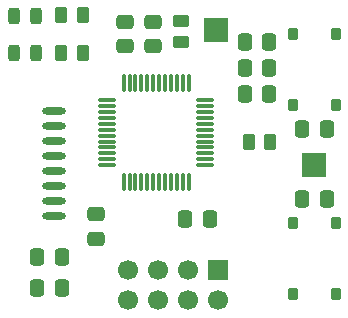
<source format=gbr>
%TF.GenerationSoftware,KiCad,Pcbnew,9.0.1*%
%TF.CreationDate,2025-08-08T13:51:02+02:00*%
%TF.ProjectId,remote,72656d6f-7465-42e6-9b69-6361645f7063,rev?*%
%TF.SameCoordinates,Original*%
%TF.FileFunction,Soldermask,Top*%
%TF.FilePolarity,Negative*%
%FSLAX46Y46*%
G04 Gerber Fmt 4.6, Leading zero omitted, Abs format (unit mm)*
G04 Created by KiCad (PCBNEW 9.0.1) date 2025-08-08 13:51:02*
%MOMM*%
%LPD*%
G01*
G04 APERTURE LIST*
G04 Aperture macros list*
%AMRoundRect*
0 Rectangle with rounded corners*
0 $1 Rounding radius*
0 $2 $3 $4 $5 $6 $7 $8 $9 X,Y pos of 4 corners*
0 Add a 4 corners polygon primitive as box body*
4,1,4,$2,$3,$4,$5,$6,$7,$8,$9,$2,$3,0*
0 Add four circle primitives for the rounded corners*
1,1,$1+$1,$2,$3*
1,1,$1+$1,$4,$5*
1,1,$1+$1,$6,$7*
1,1,$1+$1,$8,$9*
0 Add four rect primitives between the rounded corners*
20,1,$1+$1,$2,$3,$4,$5,0*
20,1,$1+$1,$4,$5,$6,$7,0*
20,1,$1+$1,$6,$7,$8,$9,0*
20,1,$1+$1,$8,$9,$2,$3,0*%
G04 Aperture macros list end*
%ADD10RoundRect,0.250000X-0.262500X-0.450000X0.262500X-0.450000X0.262500X0.450000X-0.262500X0.450000X0*%
%ADD11RoundRect,0.243750X0.243750X0.456250X-0.243750X0.456250X-0.243750X-0.456250X0.243750X-0.456250X0*%
%ADD12RoundRect,0.250000X0.475000X-0.337500X0.475000X0.337500X-0.475000X0.337500X-0.475000X-0.337500X0*%
%ADD13RoundRect,0.250000X-0.337500X-0.475000X0.337500X-0.475000X0.337500X0.475000X-0.337500X0.475000X0*%
%ADD14R,2.000000X2.000000*%
%ADD15RoundRect,0.250000X0.337500X0.475000X-0.337500X0.475000X-0.337500X-0.475000X0.337500X-0.475000X0*%
%ADD16R,1.700000X1.700000*%
%ADD17C,1.700000*%
%ADD18RoundRect,0.075000X-0.075000X0.662500X-0.075000X-0.662500X0.075000X-0.662500X0.075000X0.662500X0*%
%ADD19RoundRect,0.075000X-0.662500X0.075000X-0.662500X-0.075000X0.662500X-0.075000X0.662500X0.075000X0*%
%ADD20O,2.000000X0.600000*%
%ADD21RoundRect,0.250000X-0.475000X0.337500X-0.475000X-0.337500X0.475000X-0.337500X0.475000X0.337500X0*%
%ADD22RoundRect,0.120000X0.280000X-0.380000X0.280000X0.380000X-0.280000X0.380000X-0.280000X-0.380000X0*%
%ADD23RoundRect,0.250000X-0.450000X0.262500X-0.450000X-0.262500X0.450000X-0.262500X0.450000X0.262500X0*%
G04 APERTURE END LIST*
D10*
%TO.C,R2*%
X125437500Y-113150000D03*
X127262500Y-113150000D03*
%TD*%
D11*
%TO.C,D1*%
X107450000Y-102460000D03*
X105575000Y-102460000D03*
%TD*%
D10*
%TO.C,R4*%
X109575000Y-105600000D03*
X111400000Y-105600000D03*
%TD*%
D12*
%TO.C,C8*%
X117365000Y-105037500D03*
X117365000Y-102962500D03*
%TD*%
D13*
%TO.C,C7*%
X107525000Y-125500000D03*
X109600000Y-125500000D03*
%TD*%
D11*
%TO.C,D2*%
X107450000Y-105645000D03*
X105575000Y-105645000D03*
%TD*%
D10*
%TO.C,R3*%
X109575000Y-102415000D03*
X111400000Y-102415000D03*
%TD*%
D14*
%TO.C,Reset1*%
X122700000Y-103620000D03*
%TD*%
D15*
%TO.C,C9*%
X132037500Y-118000000D03*
X129962500Y-118000000D03*
%TD*%
D16*
%TO.C,J1*%
X122850000Y-124010000D03*
D17*
X122850000Y-126550000D03*
X120310000Y-124010000D03*
X120310000Y-126550000D03*
X117770000Y-124010000D03*
X117770000Y-126550000D03*
X115230000Y-124010000D03*
X115230000Y-126550000D03*
%TD*%
D12*
%TO.C,C4*%
X115000000Y-105037500D03*
X115000000Y-102962500D03*
%TD*%
D13*
%TO.C,C3*%
X125112500Y-106900000D03*
X127187500Y-106900000D03*
%TD*%
D14*
%TO.C,Boot1*%
X130950000Y-115050000D03*
%TD*%
D18*
%TO.C,U1*%
X120350000Y-108187500D03*
X119850000Y-108187500D03*
X119350000Y-108187500D03*
X118850000Y-108187500D03*
X118350000Y-108187500D03*
X117850000Y-108187500D03*
X117350000Y-108187500D03*
X116850000Y-108187500D03*
X116350000Y-108187500D03*
X115850000Y-108187500D03*
X115350000Y-108187500D03*
X114850000Y-108187500D03*
D19*
X113437500Y-109600000D03*
X113437500Y-110100000D03*
X113437500Y-110600000D03*
X113437500Y-111100000D03*
X113437500Y-111600000D03*
X113437500Y-112100000D03*
X113437500Y-112600000D03*
X113437500Y-113100000D03*
X113437500Y-113600000D03*
X113437500Y-114100000D03*
X113437500Y-114600000D03*
X113437500Y-115100000D03*
D18*
X114850000Y-116512500D03*
X115350000Y-116512500D03*
X115850000Y-116512500D03*
X116350000Y-116512500D03*
X116850000Y-116512500D03*
X117350000Y-116512500D03*
X117850000Y-116512500D03*
X118350000Y-116512500D03*
X118850000Y-116512500D03*
X119350000Y-116512500D03*
X119850000Y-116512500D03*
X120350000Y-116512500D03*
D19*
X121762500Y-115100000D03*
X121762500Y-114600000D03*
X121762500Y-114100000D03*
X121762500Y-113600000D03*
X121762500Y-113100000D03*
X121762500Y-112600000D03*
X121762500Y-112100000D03*
X121762500Y-111600000D03*
X121762500Y-111100000D03*
X121762500Y-110600000D03*
X121762500Y-110100000D03*
X121762500Y-109600000D03*
%TD*%
D20*
%TO.C,NRF1*%
X108937500Y-119445000D03*
X108937500Y-118175000D03*
X108937500Y-116905000D03*
X108937500Y-115635000D03*
X108937500Y-114365000D03*
X108937500Y-113095000D03*
X108937500Y-111825000D03*
X108937500Y-110555000D03*
%TD*%
D13*
%TO.C,C6*%
X107525000Y-122900000D03*
X109600000Y-122900000D03*
%TD*%
D21*
%TO.C,C5*%
X112550000Y-119237500D03*
X112550000Y-121312500D03*
%TD*%
D22*
%TO.C,SW1*%
X129200000Y-126000000D03*
X132800000Y-120000000D03*
X132800000Y-126000000D03*
X129200000Y-120000000D03*
%TD*%
D23*
%TO.C,R1*%
X119700000Y-102887500D03*
X119700000Y-104712500D03*
%TD*%
D13*
%TO.C,C2*%
X125112500Y-109100000D03*
X127187500Y-109100000D03*
%TD*%
%TO.C,C10*%
X129962500Y-112000000D03*
X132037500Y-112000000D03*
%TD*%
%TO.C,C11*%
X125112500Y-104700000D03*
X127187500Y-104700000D03*
%TD*%
%TO.C,C1*%
X120062500Y-119650000D03*
X122137500Y-119650000D03*
%TD*%
D22*
%TO.C,SW2*%
X129200000Y-110000000D03*
X132800000Y-104000000D03*
X132800000Y-110000000D03*
X129200000Y-104000000D03*
%TD*%
M02*

</source>
